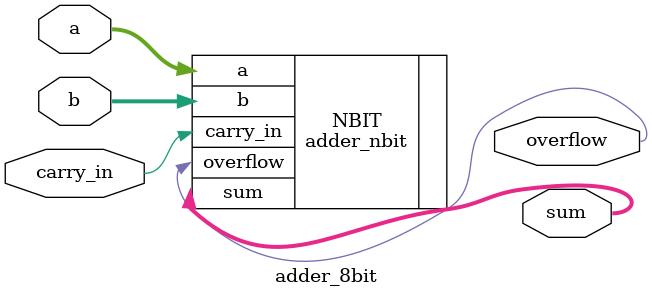
<source format=sv>

module adder_8bit
(
	input wire [7:0] a,
	input wire [7:0] b,
	input wire carry_in,
	output wire [7:0] sum,
	output wire overflow
);

	adder_nbit #(8) NBIT ( .a(a), .b(b), .carry_in(carry_in), .sum(sum), .overflow(overflow));
	// STUDENT: Fill in the correct port map with parameter override syntax for using your n-bit ripple carry adder design to be an 8-bit ripple carry adder design
endmodule

</source>
